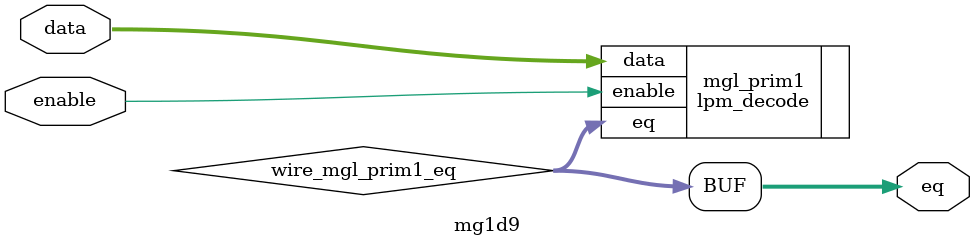
<source format=v>






//synthesis_resources = lpm_decode 1 
//synopsys translate_off
`timescale 1 ps / 1 ps
//synopsys translate_on
module  mg1d9
	( 
	data,
	enable,
	eq) /* synthesis synthesis_clearbox=1 */;
	input   [3:0]  data;
	input   enable;
	output   [15:0]  eq;

	wire  [15:0]   wire_mgl_prim1_eq;

	lpm_decode   mgl_prim1
	( 
	.data(data),
	.enable(enable),
	.eq(wire_mgl_prim1_eq));
	defparam
		mgl_prim1.lpm_decodes = 16,
		mgl_prim1.lpm_type = "LPM_DECODE",
		mgl_prim1.lpm_width = 4;
	assign
		eq = wire_mgl_prim1_eq;
endmodule //mg1d9
//VALID FILE

</source>
